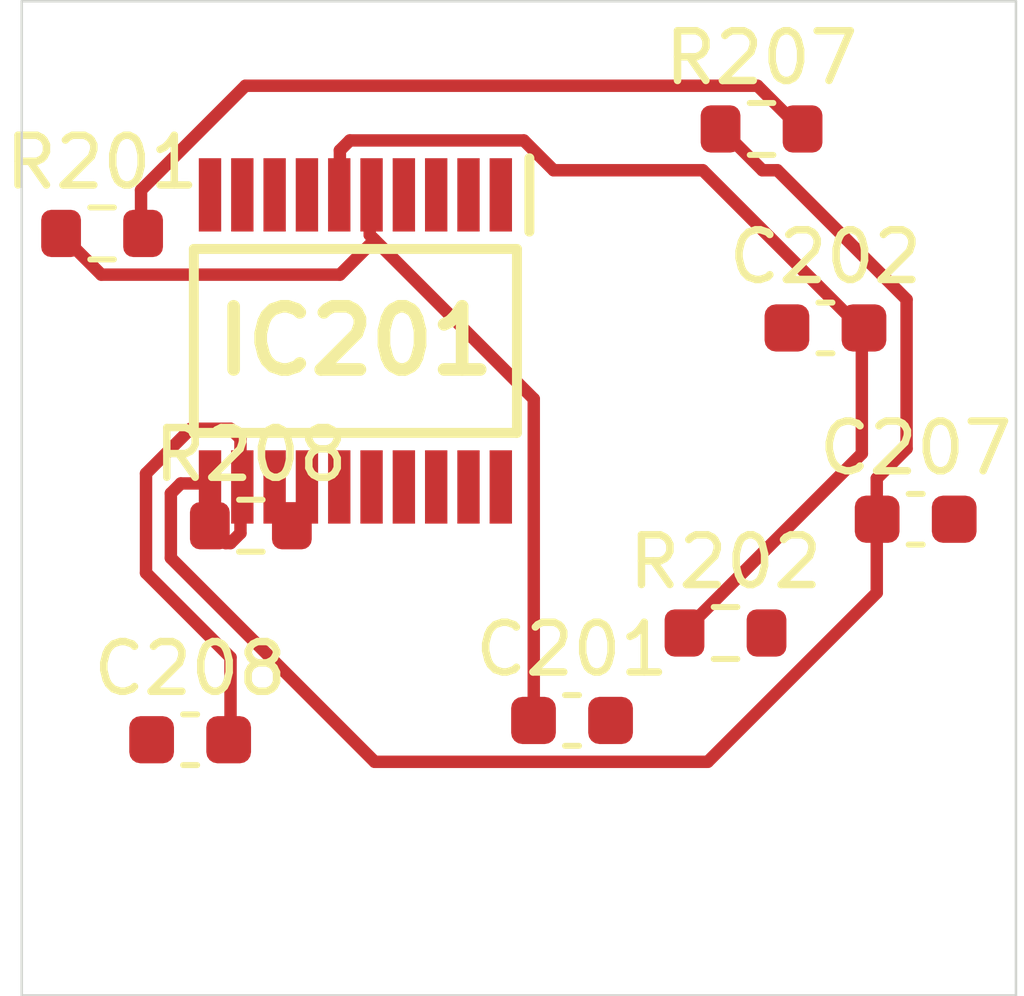
<source format=kicad_pcb>
 ( kicad_pcb  ( version 20171130 )
 ( host pcbnew 5.1.12-84ad8e8a86~92~ubuntu18.04.1 )
 ( general  ( thickness 1.6 )
 ( drawings 4 )
 ( tracks 0 )
 ( zones 0 )
 ( modules 9 )
 ( nets 19 )
)
 ( page A4 )
 ( layers  ( 0 F.Cu signal )
 ( 31 B.Cu signal )
 ( 32 B.Adhes user )
 ( 33 F.Adhes user )
 ( 34 B.Paste user )
 ( 35 F.Paste user )
 ( 36 B.SilkS user )
 ( 37 F.SilkS user )
 ( 38 B.Mask user )
 ( 39 F.Mask user )
 ( 40 Dwgs.User user )
 ( 41 Cmts.User user )
 ( 42 Eco1.User user )
 ( 43 Eco2.User user )
 ( 44 Edge.Cuts user )
 ( 45 Margin user )
 ( 46 B.CrtYd user )
 ( 47 F.CrtYd user )
 ( 48 B.Fab user )
 ( 49 F.Fab user )
)
 ( setup  ( last_trace_width 0.25 )
 ( trace_clearance 0.2 )
 ( zone_clearance 0.508 )
 ( zone_45_only no )
 ( trace_min 0.2 )
 ( via_size 0.8 )
 ( via_drill 0.4 )
 ( via_min_size 0.4 )
 ( via_min_drill 0.3 )
 ( uvia_size 0.3 )
 ( uvia_drill 0.1 )
 ( uvias_allowed no )
 ( uvia_min_size 0.2 )
 ( uvia_min_drill 0.1 )
 ( edge_width 0.05 )
 ( segment_width 0.2 )
 ( pcb_text_width 0.3 )
 ( pcb_text_size 1.5 1.5 )
 ( mod_edge_width 0.12 )
 ( mod_text_size 1 1 )
 ( mod_text_width 0.15 )
 ( pad_size 1.524 1.524 )
 ( pad_drill 0.762 )
 ( pad_to_mask_clearance 0 )
 ( aux_axis_origin 0 0 )
 ( visible_elements FFFFFF7F )
 ( pcbplotparams  ( layerselection 0x010fc_ffffffff )
 ( usegerberextensions false )
 ( usegerberattributes true )
 ( usegerberadvancedattributes true )
 ( creategerberjobfile true )
 ( excludeedgelayer true )
 ( linewidth 0.100000 )
 ( plotframeref false )
 ( viasonmask false )
 ( mode 1 )
 ( useauxorigin false )
 ( hpglpennumber 1 )
 ( hpglpenspeed 20 )
 ( hpglpendiameter 15.000000 )
 ( psnegative false )
 ( psa4output false )
 ( plotreference true )
 ( plotvalue true )
 ( plotinvisibletext false )
 ( padsonsilk false )
 ( subtractmaskfromsilk false )
 ( outputformat 1 )
 ( mirror false )
 ( drillshape 1 )
 ( scaleselection 1 )
 ( outputdirectory "" )
)
)
 ( net 0 "" )
 ( net 1 GND )
 ( net 2 /Sheet6235D886/ch0 )
 ( net 3 /Sheet6235D886/ch1 )
 ( net 4 /Sheet6235D886/ch2 )
 ( net 5 /Sheet6235D886/ch3 )
 ( net 6 /Sheet6235D886/ch4 )
 ( net 7 /Sheet6235D886/ch5 )
 ( net 8 /Sheet6235D886/ch6 )
 ( net 9 /Sheet6235D886/ch7 )
 ( net 10 VDD )
 ( net 11 VDDA )
 ( net 12 /Sheet6235D886/adc_csn )
 ( net 13 /Sheet6235D886/adc_sck )
 ( net 14 /Sheet6235D886/adc_sdi )
 ( net 15 /Sheet6235D886/adc_sdo )
 ( net 16 /Sheet6235D886/vp )
 ( net 17 /Sheet6248AD22/chn0 )
 ( net 18 /Sheet6248AD22/chn3 )
 ( net_class Default "This is the default net class."  ( clearance 0.2 )
 ( trace_width 0.25 )
 ( via_dia 0.8 )
 ( via_drill 0.4 )
 ( uvia_dia 0.3 )
 ( uvia_drill 0.1 )
 ( add_net /Sheet6235D886/adc_csn )
 ( add_net /Sheet6235D886/adc_sck )
 ( add_net /Sheet6235D886/adc_sdi )
 ( add_net /Sheet6235D886/adc_sdo )
 ( add_net /Sheet6235D886/ch0 )
 ( add_net /Sheet6235D886/ch1 )
 ( add_net /Sheet6235D886/ch2 )
 ( add_net /Sheet6235D886/ch3 )
 ( add_net /Sheet6235D886/ch4 )
 ( add_net /Sheet6235D886/ch5 )
 ( add_net /Sheet6235D886/ch6 )
 ( add_net /Sheet6235D886/ch7 )
 ( add_net /Sheet6235D886/vp )
 ( add_net /Sheet6248AD22/chn0 )
 ( add_net /Sheet6248AD22/chn3 )
 ( add_net GND )
 ( add_net VDD )
 ( add_net VDDA )
)
 ( module Capacitor_SMD:C_0603_1608Metric  ( layer F.Cu )
 ( tedit 5F68FEEE )
 ( tstamp 6234222D )
 ( at 91.070000 114.468000 )
 ( descr "Capacitor SMD 0603 (1608 Metric), square (rectangular) end terminal, IPC_7351 nominal, (Body size source: IPC-SM-782 page 76, https://www.pcb-3d.com/wordpress/wp-content/uploads/ipc-sm-782a_amendment_1_and_2.pdf), generated with kicad-footprint-generator" )
 ( tags capacitor )
 ( path /6235D887/623691C5 )
 ( attr smd )
 ( fp_text reference C201  ( at 0 -1.43 )
 ( layer F.SilkS )
 ( effects  ( font  ( size 1 1 )
 ( thickness 0.15 )
)
)
)
 ( fp_text value 0.1uF  ( at 0 1.43 )
 ( layer F.Fab )
 ( effects  ( font  ( size 1 1 )
 ( thickness 0.15 )
)
)
)
 ( fp_line  ( start -0.8 0.4 )
 ( end -0.8 -0.4 )
 ( layer F.Fab )
 ( width 0.1 )
)
 ( fp_line  ( start -0.8 -0.4 )
 ( end 0.8 -0.4 )
 ( layer F.Fab )
 ( width 0.1 )
)
 ( fp_line  ( start 0.8 -0.4 )
 ( end 0.8 0.4 )
 ( layer F.Fab )
 ( width 0.1 )
)
 ( fp_line  ( start 0.8 0.4 )
 ( end -0.8 0.4 )
 ( layer F.Fab )
 ( width 0.1 )
)
 ( fp_line  ( start -0.14058 -0.51 )
 ( end 0.14058 -0.51 )
 ( layer F.SilkS )
 ( width 0.12 )
)
 ( fp_line  ( start -0.14058 0.51 )
 ( end 0.14058 0.51 )
 ( layer F.SilkS )
 ( width 0.12 )
)
 ( fp_line  ( start -1.48 0.73 )
 ( end -1.48 -0.73 )
 ( layer F.CrtYd )
 ( width 0.05 )
)
 ( fp_line  ( start -1.48 -0.73 )
 ( end 1.48 -0.73 )
 ( layer F.CrtYd )
 ( width 0.05 )
)
 ( fp_line  ( start 1.48 -0.73 )
 ( end 1.48 0.73 )
 ( layer F.CrtYd )
 ( width 0.05 )
)
 ( fp_line  ( start 1.48 0.73 )
 ( end -1.48 0.73 )
 ( layer F.CrtYd )
 ( width 0.05 )
)
 ( fp_text user %R  ( at 0 0 )
 ( layer F.Fab )
 ( effects  ( font  ( size 0.4 0.4 )
 ( thickness 0.06 )
)
)
)
 ( pad 2 smd roundrect  ( at 0.775 0 )
 ( size 0.9 0.95 )
 ( layers F.Cu F.Mask F.Paste )
 ( roundrect_rratio 0.25 )
 ( net 1 GND )
)
 ( pad 1 smd roundrect  ( at -0.775 0 )
 ( size 0.9 0.95 )
 ( layers F.Cu F.Mask F.Paste )
 ( roundrect_rratio 0.25 )
 ( net 2 /Sheet6235D886/ch0 )
)
 ( model ${KISYS3DMOD}/Capacitor_SMD.3dshapes/C_0603_1608Metric.wrl  ( at  ( xyz 0 0 0 )
)
 ( scale  ( xyz 1 1 1 )
)
 ( rotate  ( xyz 0 0 0 )
)
)
)
 ( module Capacitor_SMD:C_0603_1608Metric  ( layer F.Cu )
 ( tedit 5F68FEEE )
 ( tstamp 6234223E )
 ( at 96.168000 106.572000 )
 ( descr "Capacitor SMD 0603 (1608 Metric), square (rectangular) end terminal, IPC_7351 nominal, (Body size source: IPC-SM-782 page 76, https://www.pcb-3d.com/wordpress/wp-content/uploads/ipc-sm-782a_amendment_1_and_2.pdf), generated with kicad-footprint-generator" )
 ( tags capacitor )
 ( path /6235D887/62369EE0 )
 ( attr smd )
 ( fp_text reference C202  ( at 0 -1.43 )
 ( layer F.SilkS )
 ( effects  ( font  ( size 1 1 )
 ( thickness 0.15 )
)
)
)
 ( fp_text value 0.1uF  ( at 0 1.43 )
 ( layer F.Fab )
 ( effects  ( font  ( size 1 1 )
 ( thickness 0.15 )
)
)
)
 ( fp_line  ( start 1.48 0.73 )
 ( end -1.48 0.73 )
 ( layer F.CrtYd )
 ( width 0.05 )
)
 ( fp_line  ( start 1.48 -0.73 )
 ( end 1.48 0.73 )
 ( layer F.CrtYd )
 ( width 0.05 )
)
 ( fp_line  ( start -1.48 -0.73 )
 ( end 1.48 -0.73 )
 ( layer F.CrtYd )
 ( width 0.05 )
)
 ( fp_line  ( start -1.48 0.73 )
 ( end -1.48 -0.73 )
 ( layer F.CrtYd )
 ( width 0.05 )
)
 ( fp_line  ( start -0.14058 0.51 )
 ( end 0.14058 0.51 )
 ( layer F.SilkS )
 ( width 0.12 )
)
 ( fp_line  ( start -0.14058 -0.51 )
 ( end 0.14058 -0.51 )
 ( layer F.SilkS )
 ( width 0.12 )
)
 ( fp_line  ( start 0.8 0.4 )
 ( end -0.8 0.4 )
 ( layer F.Fab )
 ( width 0.1 )
)
 ( fp_line  ( start 0.8 -0.4 )
 ( end 0.8 0.4 )
 ( layer F.Fab )
 ( width 0.1 )
)
 ( fp_line  ( start -0.8 -0.4 )
 ( end 0.8 -0.4 )
 ( layer F.Fab )
 ( width 0.1 )
)
 ( fp_line  ( start -0.8 0.4 )
 ( end -0.8 -0.4 )
 ( layer F.Fab )
 ( width 0.1 )
)
 ( fp_text user %R  ( at 0 0 )
 ( layer F.Fab )
 ( effects  ( font  ( size 0.4 0.4 )
 ( thickness 0.06 )
)
)
)
 ( pad 1 smd roundrect  ( at -0.775 0 )
 ( size 0.9 0.95 )
 ( layers F.Cu F.Mask F.Paste )
 ( roundrect_rratio 0.25 )
 ( net 1 GND )
)
 ( pad 2 smd roundrect  ( at 0.775 0 )
 ( size 0.9 0.95 )
 ( layers F.Cu F.Mask F.Paste )
 ( roundrect_rratio 0.25 )
 ( net 3 /Sheet6235D886/ch1 )
)
 ( model ${KISYS3DMOD}/Capacitor_SMD.3dshapes/C_0603_1608Metric.wrl  ( at  ( xyz 0 0 0 )
)
 ( scale  ( xyz 1 1 1 )
)
 ( rotate  ( xyz 0 0 0 )
)
)
)
 ( module Capacitor_SMD:C_0603_1608Metric  ( layer F.Cu )
 ( tedit 5F68FEEE )
 ( tstamp 62342293 )
 ( at 97.982900 110.420000 )
 ( descr "Capacitor SMD 0603 (1608 Metric), square (rectangular) end terminal, IPC_7351 nominal, (Body size source: IPC-SM-782 page 76, https://www.pcb-3d.com/wordpress/wp-content/uploads/ipc-sm-782a_amendment_1_and_2.pdf), generated with kicad-footprint-generator" )
 ( tags capacitor )
 ( path /6235D887/6238B3FE )
 ( attr smd )
 ( fp_text reference C207  ( at 0 -1.43 )
 ( layer F.SilkS )
 ( effects  ( font  ( size 1 1 )
 ( thickness 0.15 )
)
)
)
 ( fp_text value 0.1uF  ( at 0 1.43 )
 ( layer F.Fab )
 ( effects  ( font  ( size 1 1 )
 ( thickness 0.15 )
)
)
)
 ( fp_line  ( start -0.8 0.4 )
 ( end -0.8 -0.4 )
 ( layer F.Fab )
 ( width 0.1 )
)
 ( fp_line  ( start -0.8 -0.4 )
 ( end 0.8 -0.4 )
 ( layer F.Fab )
 ( width 0.1 )
)
 ( fp_line  ( start 0.8 -0.4 )
 ( end 0.8 0.4 )
 ( layer F.Fab )
 ( width 0.1 )
)
 ( fp_line  ( start 0.8 0.4 )
 ( end -0.8 0.4 )
 ( layer F.Fab )
 ( width 0.1 )
)
 ( fp_line  ( start -0.14058 -0.51 )
 ( end 0.14058 -0.51 )
 ( layer F.SilkS )
 ( width 0.12 )
)
 ( fp_line  ( start -0.14058 0.51 )
 ( end 0.14058 0.51 )
 ( layer F.SilkS )
 ( width 0.12 )
)
 ( fp_line  ( start -1.48 0.73 )
 ( end -1.48 -0.73 )
 ( layer F.CrtYd )
 ( width 0.05 )
)
 ( fp_line  ( start -1.48 -0.73 )
 ( end 1.48 -0.73 )
 ( layer F.CrtYd )
 ( width 0.05 )
)
 ( fp_line  ( start 1.48 -0.73 )
 ( end 1.48 0.73 )
 ( layer F.CrtYd )
 ( width 0.05 )
)
 ( fp_line  ( start 1.48 0.73 )
 ( end -1.48 0.73 )
 ( layer F.CrtYd )
 ( width 0.05 )
)
 ( fp_text user %R  ( at 0 0 )
 ( layer F.Fab )
 ( effects  ( font  ( size 0.4 0.4 )
 ( thickness 0.06 )
)
)
)
 ( pad 2 smd roundrect  ( at 0.775 0 )
 ( size 0.9 0.95 )
 ( layers F.Cu F.Mask F.Paste )
 ( roundrect_rratio 0.25 )
 ( net 1 GND )
)
 ( pad 1 smd roundrect  ( at -0.775 0 )
 ( size 0.9 0.95 )
 ( layers F.Cu F.Mask F.Paste )
 ( roundrect_rratio 0.25 )
 ( net 8 /Sheet6235D886/ch6 )
)
 ( model ${KISYS3DMOD}/Capacitor_SMD.3dshapes/C_0603_1608Metric.wrl  ( at  ( xyz 0 0 0 )
)
 ( scale  ( xyz 1 1 1 )
)
 ( rotate  ( xyz 0 0 0 )
)
)
)
 ( module Capacitor_SMD:C_0603_1608Metric  ( layer F.Cu )
 ( tedit 5F68FEEE )
 ( tstamp 623422A4 )
 ( at 83.387800 114.856000 )
 ( descr "Capacitor SMD 0603 (1608 Metric), square (rectangular) end terminal, IPC_7351 nominal, (Body size source: IPC-SM-782 page 76, https://www.pcb-3d.com/wordpress/wp-content/uploads/ipc-sm-782a_amendment_1_and_2.pdf), generated with kicad-footprint-generator" )
 ( tags capacitor )
 ( path /6235D887/6238B404 )
 ( attr smd )
 ( fp_text reference C208  ( at 0 -1.43 )
 ( layer F.SilkS )
 ( effects  ( font  ( size 1 1 )
 ( thickness 0.15 )
)
)
)
 ( fp_text value 0.1uF  ( at 0 1.43 )
 ( layer F.Fab )
 ( effects  ( font  ( size 1 1 )
 ( thickness 0.15 )
)
)
)
 ( fp_line  ( start 1.48 0.73 )
 ( end -1.48 0.73 )
 ( layer F.CrtYd )
 ( width 0.05 )
)
 ( fp_line  ( start 1.48 -0.73 )
 ( end 1.48 0.73 )
 ( layer F.CrtYd )
 ( width 0.05 )
)
 ( fp_line  ( start -1.48 -0.73 )
 ( end 1.48 -0.73 )
 ( layer F.CrtYd )
 ( width 0.05 )
)
 ( fp_line  ( start -1.48 0.73 )
 ( end -1.48 -0.73 )
 ( layer F.CrtYd )
 ( width 0.05 )
)
 ( fp_line  ( start -0.14058 0.51 )
 ( end 0.14058 0.51 )
 ( layer F.SilkS )
 ( width 0.12 )
)
 ( fp_line  ( start -0.14058 -0.51 )
 ( end 0.14058 -0.51 )
 ( layer F.SilkS )
 ( width 0.12 )
)
 ( fp_line  ( start 0.8 0.4 )
 ( end -0.8 0.4 )
 ( layer F.Fab )
 ( width 0.1 )
)
 ( fp_line  ( start 0.8 -0.4 )
 ( end 0.8 0.4 )
 ( layer F.Fab )
 ( width 0.1 )
)
 ( fp_line  ( start -0.8 -0.4 )
 ( end 0.8 -0.4 )
 ( layer F.Fab )
 ( width 0.1 )
)
 ( fp_line  ( start -0.8 0.4 )
 ( end -0.8 -0.4 )
 ( layer F.Fab )
 ( width 0.1 )
)
 ( fp_text user %R  ( at 0 0 )
 ( layer F.Fab )
 ( effects  ( font  ( size 0.4 0.4 )
 ( thickness 0.06 )
)
)
)
 ( pad 1 smd roundrect  ( at -0.775 0 )
 ( size 0.9 0.95 )
 ( layers F.Cu F.Mask F.Paste )
 ( roundrect_rratio 0.25 )
 ( net 1 GND )
)
 ( pad 2 smd roundrect  ( at 0.775 0 )
 ( size 0.9 0.95 )
 ( layers F.Cu F.Mask F.Paste )
 ( roundrect_rratio 0.25 )
 ( net 9 /Sheet6235D886/ch7 )
)
 ( model ${KISYS3DMOD}/Capacitor_SMD.3dshapes/C_0603_1608Metric.wrl  ( at  ( xyz 0 0 0 )
)
 ( scale  ( xyz 1 1 1 )
)
 ( rotate  ( xyz 0 0 0 )
)
)
)
 ( module MCP3564R-E_ST:SOP65P640X120-20N locked  ( layer F.Cu )
 ( tedit 623351C2 )
 ( tstamp 623423D6 )
 ( at 86.712100 106.833000 270.000000 )
 ( descr "20-Lead Plastic Thin Shrink Small Outline (ST) - 4.4mm body [TSSOP]" )
 ( tags "Integrated Circuit" )
 ( path /6235D887/6235E071 )
 ( attr smd )
 ( fp_text reference IC201  ( at 0 0 )
 ( layer F.SilkS )
 ( effects  ( font  ( size 1.27 1.27 )
 ( thickness 0.254 )
)
)
)
 ( fp_text value MCP3564R-E_ST  ( at 0 0 )
 ( layer F.SilkS )
hide  ( effects  ( font  ( size 1.27 1.27 )
 ( thickness 0.254 )
)
)
)
 ( fp_line  ( start -3.925 -3.55 )
 ( end 3.925 -3.55 )
 ( layer Dwgs.User )
 ( width 0.05 )
)
 ( fp_line  ( start 3.925 -3.55 )
 ( end 3.925 3.55 )
 ( layer Dwgs.User )
 ( width 0.05 )
)
 ( fp_line  ( start 3.925 3.55 )
 ( end -3.925 3.55 )
 ( layer Dwgs.User )
 ( width 0.05 )
)
 ( fp_line  ( start -3.925 3.55 )
 ( end -3.925 -3.55 )
 ( layer Dwgs.User )
 ( width 0.05 )
)
 ( fp_line  ( start -2.2 -3.25 )
 ( end 2.2 -3.25 )
 ( layer Dwgs.User )
 ( width 0.1 )
)
 ( fp_line  ( start 2.2 -3.25 )
 ( end 2.2 3.25 )
 ( layer Dwgs.User )
 ( width 0.1 )
)
 ( fp_line  ( start 2.2 3.25 )
 ( end -2.2 3.25 )
 ( layer Dwgs.User )
 ( width 0.1 )
)
 ( fp_line  ( start -2.2 3.25 )
 ( end -2.2 -3.25 )
 ( layer Dwgs.User )
 ( width 0.1 )
)
 ( fp_line  ( start -2.2 -2.6 )
 ( end -1.55 -3.25 )
 ( layer Dwgs.User )
 ( width 0.1 )
)
 ( fp_line  ( start -1.85 -3.25 )
 ( end 1.85 -3.25 )
 ( layer F.SilkS )
 ( width 0.2 )
)
 ( fp_line  ( start 1.85 -3.25 )
 ( end 1.85 3.25 )
 ( layer F.SilkS )
 ( width 0.2 )
)
 ( fp_line  ( start 1.85 3.25 )
 ( end -1.85 3.25 )
 ( layer F.SilkS )
 ( width 0.2 )
)
 ( fp_line  ( start -1.85 3.25 )
 ( end -1.85 -3.25 )
 ( layer F.SilkS )
 ( width 0.2 )
)
 ( fp_line  ( start -3.675 -3.5 )
 ( end -2.2 -3.5 )
 ( layer F.SilkS )
 ( width 0.2 )
)
 ( pad 1 smd rect  ( at -2.938 -2.925 )
 ( size 0.45 1.475 )
 ( layers F.Cu F.Mask F.Paste )
 ( net 11 VDDA )
)
 ( pad 2 smd rect  ( at -2.938 -2.275 )
 ( size 0.45 1.475 )
 ( layers F.Cu F.Mask F.Paste )
 ( net 1 GND )
)
 ( pad 3 smd rect  ( at -2.938 -1.625 )
 ( size 0.45 1.475 )
 ( layers F.Cu F.Mask F.Paste )
 ( net 1 GND )
)
 ( pad 4 smd rect  ( at -2.938 -0.975 )
 ( size 0.45 1.475 )
 ( layers F.Cu F.Mask F.Paste )
)
 ( pad 5 smd rect  ( at -2.938 -0.325 )
 ( size 0.45 1.475 )
 ( layers F.Cu F.Mask F.Paste )
 ( net 2 /Sheet6235D886/ch0 )
)
 ( pad 6 smd rect  ( at -2.938 0.325 )
 ( size 0.45 1.475 )
 ( layers F.Cu F.Mask F.Paste )
 ( net 3 /Sheet6235D886/ch1 )
)
 ( pad 7 smd rect  ( at -2.938 0.975 )
 ( size 0.45 1.475 )
 ( layers F.Cu F.Mask F.Paste )
 ( net 4 /Sheet6235D886/ch2 )
)
 ( pad 8 smd rect  ( at -2.938 1.625 )
 ( size 0.45 1.475 )
 ( layers F.Cu F.Mask F.Paste )
 ( net 5 /Sheet6235D886/ch3 )
)
 ( pad 9 smd rect  ( at -2.938 2.275 )
 ( size 0.45 1.475 )
 ( layers F.Cu F.Mask F.Paste )
 ( net 6 /Sheet6235D886/ch4 )
)
 ( pad 10 smd rect  ( at -2.938 2.925 )
 ( size 0.45 1.475 )
 ( layers F.Cu F.Mask F.Paste )
 ( net 7 /Sheet6235D886/ch5 )
)
 ( pad 11 smd rect  ( at 2.938 2.925 )
 ( size 0.45 1.475 )
 ( layers F.Cu F.Mask F.Paste )
 ( net 8 /Sheet6235D886/ch6 )
)
 ( pad 12 smd rect  ( at 2.938 2.275 )
 ( size 0.45 1.475 )
 ( layers F.Cu F.Mask F.Paste )
 ( net 9 /Sheet6235D886/ch7 )
)
 ( pad 13 smd rect  ( at 2.938 1.625 )
 ( size 0.45 1.475 )
 ( layers F.Cu F.Mask F.Paste )
 ( net 12 /Sheet6235D886/adc_csn )
)
 ( pad 14 smd rect  ( at 2.938 0.975 )
 ( size 0.45 1.475 )
 ( layers F.Cu F.Mask F.Paste )
 ( net 13 /Sheet6235D886/adc_sck )
)
 ( pad 15 smd rect  ( at 2.938 0.325 )
 ( size 0.45 1.475 )
 ( layers F.Cu F.Mask F.Paste )
 ( net 14 /Sheet6235D886/adc_sdi )
)
 ( pad 16 smd rect  ( at 2.938 -0.325 )
 ( size 0.45 1.475 )
 ( layers F.Cu F.Mask F.Paste )
 ( net 15 /Sheet6235D886/adc_sdo )
)
 ( pad 17 smd rect  ( at 2.938 -0.975 )
 ( size 0.45 1.475 )
 ( layers F.Cu F.Mask F.Paste )
)
 ( pad 18 smd rect  ( at 2.938 -1.625 )
 ( size 0.45 1.475 )
 ( layers F.Cu F.Mask F.Paste )
)
 ( pad 19 smd rect  ( at 2.938 -2.275 )
 ( size 0.45 1.475 )
 ( layers F.Cu F.Mask F.Paste )
 ( net 1 GND )
)
 ( pad 20 smd rect  ( at 2.938 -2.925 )
 ( size 0.45 1.475 )
 ( layers F.Cu F.Mask F.Paste )
 ( net 10 VDD )
)
)
 ( module Resistor_SMD:R_0603_1608Metric  ( layer F.Cu )
 ( tedit 5F68FEEE )
 ( tstamp 6234250D )
 ( at 81.616200 104.671000 )
 ( descr "Resistor SMD 0603 (1608 Metric), square (rectangular) end terminal, IPC_7351 nominal, (Body size source: IPC-SM-782 page 72, https://www.pcb-3d.com/wordpress/wp-content/uploads/ipc-sm-782a_amendment_1_and_2.pdf), generated with kicad-footprint-generator" )
 ( tags resistor )
 ( path /6235D887/623641B7 )
 ( attr smd )
 ( fp_text reference R201  ( at 0 -1.43 )
 ( layer F.SilkS )
 ( effects  ( font  ( size 1 1 )
 ( thickness 0.15 )
)
)
)
 ( fp_text value 1k  ( at 0 1.43 )
 ( layer F.Fab )
 ( effects  ( font  ( size 1 1 )
 ( thickness 0.15 )
)
)
)
 ( fp_line  ( start -0.8 0.4125 )
 ( end -0.8 -0.4125 )
 ( layer F.Fab )
 ( width 0.1 )
)
 ( fp_line  ( start -0.8 -0.4125 )
 ( end 0.8 -0.4125 )
 ( layer F.Fab )
 ( width 0.1 )
)
 ( fp_line  ( start 0.8 -0.4125 )
 ( end 0.8 0.4125 )
 ( layer F.Fab )
 ( width 0.1 )
)
 ( fp_line  ( start 0.8 0.4125 )
 ( end -0.8 0.4125 )
 ( layer F.Fab )
 ( width 0.1 )
)
 ( fp_line  ( start -0.237258 -0.5225 )
 ( end 0.237258 -0.5225 )
 ( layer F.SilkS )
 ( width 0.12 )
)
 ( fp_line  ( start -0.237258 0.5225 )
 ( end 0.237258 0.5225 )
 ( layer F.SilkS )
 ( width 0.12 )
)
 ( fp_line  ( start -1.48 0.73 )
 ( end -1.48 -0.73 )
 ( layer F.CrtYd )
 ( width 0.05 )
)
 ( fp_line  ( start -1.48 -0.73 )
 ( end 1.48 -0.73 )
 ( layer F.CrtYd )
 ( width 0.05 )
)
 ( fp_line  ( start 1.48 -0.73 )
 ( end 1.48 0.73 )
 ( layer F.CrtYd )
 ( width 0.05 )
)
 ( fp_line  ( start 1.48 0.73 )
 ( end -1.48 0.73 )
 ( layer F.CrtYd )
 ( width 0.05 )
)
 ( fp_text user %R  ( at 0 0 )
 ( layer F.Fab )
 ( effects  ( font  ( size 0.4 0.4 )
 ( thickness 0.06 )
)
)
)
 ( pad 2 smd roundrect  ( at 0.825 0 )
 ( size 0.8 0.95 )
 ( layers F.Cu F.Mask F.Paste )
 ( roundrect_rratio 0.25 )
 ( net 16 /Sheet6235D886/vp )
)
 ( pad 1 smd roundrect  ( at -0.825 0 )
 ( size 0.8 0.95 )
 ( layers F.Cu F.Mask F.Paste )
 ( roundrect_rratio 0.25 )
 ( net 2 /Sheet6235D886/ch0 )
)
 ( model ${KISYS3DMOD}/Resistor_SMD.3dshapes/R_0603_1608Metric.wrl  ( at  ( xyz 0 0 0 )
)
 ( scale  ( xyz 1 1 1 )
)
 ( rotate  ( xyz 0 0 0 )
)
)
)
 ( module Resistor_SMD:R_0603_1608Metric  ( layer F.Cu )
 ( tedit 5F68FEEE )
 ( tstamp 6234251E )
 ( at 94.157600 112.709000 )
 ( descr "Resistor SMD 0603 (1608 Metric), square (rectangular) end terminal, IPC_7351 nominal, (Body size source: IPC-SM-782 page 72, https://www.pcb-3d.com/wordpress/wp-content/uploads/ipc-sm-782a_amendment_1_and_2.pdf), generated with kicad-footprint-generator" )
 ( tags resistor )
 ( path /6235D887/6236A646 )
 ( attr smd )
 ( fp_text reference R202  ( at 0 -1.43 )
 ( layer F.SilkS )
 ( effects  ( font  ( size 1 1 )
 ( thickness 0.15 )
)
)
)
 ( fp_text value 1k  ( at 0 1.43 )
 ( layer F.Fab )
 ( effects  ( font  ( size 1 1 )
 ( thickness 0.15 )
)
)
)
 ( fp_line  ( start 1.48 0.73 )
 ( end -1.48 0.73 )
 ( layer F.CrtYd )
 ( width 0.05 )
)
 ( fp_line  ( start 1.48 -0.73 )
 ( end 1.48 0.73 )
 ( layer F.CrtYd )
 ( width 0.05 )
)
 ( fp_line  ( start -1.48 -0.73 )
 ( end 1.48 -0.73 )
 ( layer F.CrtYd )
 ( width 0.05 )
)
 ( fp_line  ( start -1.48 0.73 )
 ( end -1.48 -0.73 )
 ( layer F.CrtYd )
 ( width 0.05 )
)
 ( fp_line  ( start -0.237258 0.5225 )
 ( end 0.237258 0.5225 )
 ( layer F.SilkS )
 ( width 0.12 )
)
 ( fp_line  ( start -0.237258 -0.5225 )
 ( end 0.237258 -0.5225 )
 ( layer F.SilkS )
 ( width 0.12 )
)
 ( fp_line  ( start 0.8 0.4125 )
 ( end -0.8 0.4125 )
 ( layer F.Fab )
 ( width 0.1 )
)
 ( fp_line  ( start 0.8 -0.4125 )
 ( end 0.8 0.4125 )
 ( layer F.Fab )
 ( width 0.1 )
)
 ( fp_line  ( start -0.8 -0.4125 )
 ( end 0.8 -0.4125 )
 ( layer F.Fab )
 ( width 0.1 )
)
 ( fp_line  ( start -0.8 0.4125 )
 ( end -0.8 -0.4125 )
 ( layer F.Fab )
 ( width 0.1 )
)
 ( fp_text user %R  ( at 0 0 )
 ( layer F.Fab )
 ( effects  ( font  ( size 0.4 0.4 )
 ( thickness 0.06 )
)
)
)
 ( pad 1 smd roundrect  ( at -0.825 0 )
 ( size 0.8 0.95 )
 ( layers F.Cu F.Mask F.Paste )
 ( roundrect_rratio 0.25 )
 ( net 3 /Sheet6235D886/ch1 )
)
 ( pad 2 smd roundrect  ( at 0.825 0 )
 ( size 0.8 0.95 )
 ( layers F.Cu F.Mask F.Paste )
 ( roundrect_rratio 0.25 )
 ( net 17 /Sheet6248AD22/chn0 )
)
 ( model ${KISYS3DMOD}/Resistor_SMD.3dshapes/R_0603_1608Metric.wrl  ( at  ( xyz 0 0 0 )
)
 ( scale  ( xyz 1 1 1 )
)
 ( rotate  ( xyz 0 0 0 )
)
)
)
 ( module Resistor_SMD:R_0603_1608Metric  ( layer F.Cu )
 ( tedit 5F68FEEE )
 ( tstamp 62342573 )
 ( at 94.882500 102.569000 )
 ( descr "Resistor SMD 0603 (1608 Metric), square (rectangular) end terminal, IPC_7351 nominal, (Body size source: IPC-SM-782 page 72, https://www.pcb-3d.com/wordpress/wp-content/uploads/ipc-sm-782a_amendment_1_and_2.pdf), generated with kicad-footprint-generator" )
 ( tags resistor )
 ( path /6235D887/6238B3F8 )
 ( attr smd )
 ( fp_text reference R207  ( at 0 -1.43 )
 ( layer F.SilkS )
 ( effects  ( font  ( size 1 1 )
 ( thickness 0.15 )
)
)
)
 ( fp_text value 1k  ( at 0 1.43 )
 ( layer F.Fab )
 ( effects  ( font  ( size 1 1 )
 ( thickness 0.15 )
)
)
)
 ( fp_line  ( start -0.8 0.4125 )
 ( end -0.8 -0.4125 )
 ( layer F.Fab )
 ( width 0.1 )
)
 ( fp_line  ( start -0.8 -0.4125 )
 ( end 0.8 -0.4125 )
 ( layer F.Fab )
 ( width 0.1 )
)
 ( fp_line  ( start 0.8 -0.4125 )
 ( end 0.8 0.4125 )
 ( layer F.Fab )
 ( width 0.1 )
)
 ( fp_line  ( start 0.8 0.4125 )
 ( end -0.8 0.4125 )
 ( layer F.Fab )
 ( width 0.1 )
)
 ( fp_line  ( start -0.237258 -0.5225 )
 ( end 0.237258 -0.5225 )
 ( layer F.SilkS )
 ( width 0.12 )
)
 ( fp_line  ( start -0.237258 0.5225 )
 ( end 0.237258 0.5225 )
 ( layer F.SilkS )
 ( width 0.12 )
)
 ( fp_line  ( start -1.48 0.73 )
 ( end -1.48 -0.73 )
 ( layer F.CrtYd )
 ( width 0.05 )
)
 ( fp_line  ( start -1.48 -0.73 )
 ( end 1.48 -0.73 )
 ( layer F.CrtYd )
 ( width 0.05 )
)
 ( fp_line  ( start 1.48 -0.73 )
 ( end 1.48 0.73 )
 ( layer F.CrtYd )
 ( width 0.05 )
)
 ( fp_line  ( start 1.48 0.73 )
 ( end -1.48 0.73 )
 ( layer F.CrtYd )
 ( width 0.05 )
)
 ( fp_text user %R  ( at 0 0 )
 ( layer F.Fab )
 ( effects  ( font  ( size 0.4 0.4 )
 ( thickness 0.06 )
)
)
)
 ( pad 2 smd roundrect  ( at 0.825 0 )
 ( size 0.8 0.95 )
 ( layers F.Cu F.Mask F.Paste )
 ( roundrect_rratio 0.25 )
 ( net 16 /Sheet6235D886/vp )
)
 ( pad 1 smd roundrect  ( at -0.825 0 )
 ( size 0.8 0.95 )
 ( layers F.Cu F.Mask F.Paste )
 ( roundrect_rratio 0.25 )
 ( net 8 /Sheet6235D886/ch6 )
)
 ( model ${KISYS3DMOD}/Resistor_SMD.3dshapes/R_0603_1608Metric.wrl  ( at  ( xyz 0 0 0 )
)
 ( scale  ( xyz 1 1 1 )
)
 ( rotate  ( xyz 0 0 0 )
)
)
)
 ( module Resistor_SMD:R_0603_1608Metric  ( layer F.Cu )
 ( tedit 5F68FEEE )
 ( tstamp 62342584 )
 ( at 84.608700 110.551000 )
 ( descr "Resistor SMD 0603 (1608 Metric), square (rectangular) end terminal, IPC_7351 nominal, (Body size source: IPC-SM-782 page 72, https://www.pcb-3d.com/wordpress/wp-content/uploads/ipc-sm-782a_amendment_1_and_2.pdf), generated with kicad-footprint-generator" )
 ( tags resistor )
 ( path /6235D887/6238B40A )
 ( attr smd )
 ( fp_text reference R208  ( at 0 -1.43 )
 ( layer F.SilkS )
 ( effects  ( font  ( size 1 1 )
 ( thickness 0.15 )
)
)
)
 ( fp_text value 1k  ( at 0 1.43 )
 ( layer F.Fab )
 ( effects  ( font  ( size 1 1 )
 ( thickness 0.15 )
)
)
)
 ( fp_line  ( start 1.48 0.73 )
 ( end -1.48 0.73 )
 ( layer F.CrtYd )
 ( width 0.05 )
)
 ( fp_line  ( start 1.48 -0.73 )
 ( end 1.48 0.73 )
 ( layer F.CrtYd )
 ( width 0.05 )
)
 ( fp_line  ( start -1.48 -0.73 )
 ( end 1.48 -0.73 )
 ( layer F.CrtYd )
 ( width 0.05 )
)
 ( fp_line  ( start -1.48 0.73 )
 ( end -1.48 -0.73 )
 ( layer F.CrtYd )
 ( width 0.05 )
)
 ( fp_line  ( start -0.237258 0.5225 )
 ( end 0.237258 0.5225 )
 ( layer F.SilkS )
 ( width 0.12 )
)
 ( fp_line  ( start -0.237258 -0.5225 )
 ( end 0.237258 -0.5225 )
 ( layer F.SilkS )
 ( width 0.12 )
)
 ( fp_line  ( start 0.8 0.4125 )
 ( end -0.8 0.4125 )
 ( layer F.Fab )
 ( width 0.1 )
)
 ( fp_line  ( start 0.8 -0.4125 )
 ( end 0.8 0.4125 )
 ( layer F.Fab )
 ( width 0.1 )
)
 ( fp_line  ( start -0.8 -0.4125 )
 ( end 0.8 -0.4125 )
 ( layer F.Fab )
 ( width 0.1 )
)
 ( fp_line  ( start -0.8 0.4125 )
 ( end -0.8 -0.4125 )
 ( layer F.Fab )
 ( width 0.1 )
)
 ( fp_text user %R  ( at 0 0 )
 ( layer F.Fab )
 ( effects  ( font  ( size 0.4 0.4 )
 ( thickness 0.06 )
)
)
)
 ( pad 1 smd roundrect  ( at -0.825 0 )
 ( size 0.8 0.95 )
 ( layers F.Cu F.Mask F.Paste )
 ( roundrect_rratio 0.25 )
 ( net 9 /Sheet6235D886/ch7 )
)
 ( pad 2 smd roundrect  ( at 0.825 0 )
 ( size 0.8 0.95 )
 ( layers F.Cu F.Mask F.Paste )
 ( roundrect_rratio 0.25 )
 ( net 18 /Sheet6248AD22/chn3 )
)
 ( model ${KISYS3DMOD}/Resistor_SMD.3dshapes/R_0603_1608Metric.wrl  ( at  ( xyz 0 0 0 )
)
 ( scale  ( xyz 1 1 1 )
)
 ( rotate  ( xyz 0 0 0 )
)
)
)
 ( gr_line  ( start 100 100 )
 ( end 100 120 )
 ( layer Edge.Cuts )
 ( width 0.05 )
 ( tstamp 62E770C4 )
)
 ( gr_line  ( start 80 120 )
 ( end 100 120 )
 ( layer Edge.Cuts )
 ( width 0.05 )
 ( tstamp 62E770C0 )
)
 ( gr_line  ( start 80 100 )
 ( end 100 100 )
 ( layer Edge.Cuts )
 ( width 0.05 )
 ( tstamp 6234110C )
)
 ( gr_line  ( start 80 100 )
 ( end 80 120 )
 ( layer Edge.Cuts )
 ( width 0.05 )
)
 ( segment  ( start 87.000001 103.900002 )
 ( end 87.000001 104.700002 )
 ( width 0.250000 )
 ( layer F.Cu )
 ( net 2 )
)
 ( segment  ( start 87.000001 104.700002 )
 ( end 90.300001 108.000002 )
 ( width 0.250000 )
 ( layer F.Cu )
 ( net 2 )
)
 ( segment  ( start 90.300001 108.000002 )
 ( end 90.300001 114.500002 )
 ( width 0.250000 )
 ( layer F.Cu )
 ( net 2 )
)
 ( segment  ( start 80.800001 104.700002 )
 ( end 81.600001 105.500002 )
 ( width 0.250000 )
 ( layer F.Cu )
 ( net 2 )
)
 ( segment  ( start 81.600001 105.500002 )
 ( end 86.400001 105.500002 )
 ( width 0.250000 )
 ( layer F.Cu )
 ( net 2 )
)
 ( segment  ( start 86.400001 105.500002 )
 ( end 87.100001 104.800002 )
 ( width 0.250000 )
 ( layer F.Cu )
 ( net 2 )
)
 ( segment  ( start 86.400001 103.900002 )
 ( end 86.400001 103.000002 )
 ( width 0.250000 )
 ( layer F.Cu )
 ( net 3 )
)
 ( segment  ( start 86.400001 103.000002 )
 ( end 86.600001 102.800002 )
 ( width 0.250000 )
 ( layer F.Cu )
 ( net 3 )
)
 ( segment  ( start 86.600001 102.800002 )
 ( end 90.100001 102.800002 )
 ( width 0.250000 )
 ( layer F.Cu )
 ( net 3 )
)
 ( segment  ( start 90.100001 102.800002 )
 ( end 90.700001 103.400002 )
 ( width 0.250000 )
 ( layer F.Cu )
 ( net 3 )
)
 ( segment  ( start 90.700001 103.400002 )
 ( end 93.700001 103.400002 )
 ( width 0.250000 )
 ( layer F.Cu )
 ( net 3 )
)
 ( segment  ( start 93.700001 103.400002 )
 ( end 96.900001 106.600002 )
 ( width 0.250000 )
 ( layer F.Cu )
 ( net 3 )
)
 ( segment  ( start 93.300001 112.700002 )
 ( end 96.900001 109.100002 )
 ( width 0.250000 )
 ( layer F.Cu )
 ( net 3 )
)
 ( segment  ( start 96.900001 109.100002 )
 ( end 96.900001 106.600002 )
 ( width 0.250000 )
 ( layer F.Cu )
 ( net 3 )
)
 ( segment  ( start 83.800001 109.800002 )
 ( end 83.700001 109.700002 )
 ( width 0.250000 )
 ( layer F.Cu )
 ( net 8 )
)
 ( segment  ( start 83.700001 109.700002 )
 ( end 83.200001 109.700002 )
 ( width 0.250000 )
 ( layer F.Cu )
 ( net 8 )
)
 ( segment  ( start 83.200001 109.700002 )
 ( end 83.000001 109.900002 )
 ( width 0.250000 )
 ( layer F.Cu )
 ( net 8 )
)
 ( segment  ( start 83.000001 109.900002 )
 ( end 83.000001 111.200002 )
 ( width 0.250000 )
 ( layer F.Cu )
 ( net 8 )
)
 ( segment  ( start 83.000001 111.200002 )
 ( end 87.100001 115.300002 )
 ( width 0.250000 )
 ( layer F.Cu )
 ( net 8 )
)
 ( segment  ( start 87.100001 115.300002 )
 ( end 93.800001 115.300002 )
 ( width 0.250000 )
 ( layer F.Cu )
 ( net 8 )
)
 ( segment  ( start 93.800001 115.300002 )
 ( end 97.200001 111.900002 )
 ( width 0.250000 )
 ( layer F.Cu )
 ( net 8 )
)
 ( segment  ( start 97.200001 111.900002 )
 ( end 97.200001 110.400002 )
 ( width 0.250000 )
 ( layer F.Cu )
 ( net 8 )
)
 ( segment  ( start 94.100001 102.600002 )
 ( end 94.900001 103.400002 )
 ( width 0.250000 )
 ( layer F.Cu )
 ( net 8 )
)
 ( segment  ( start 94.900001 103.400002 )
 ( end 95.200001 103.400002 )
 ( width 0.250000 )
 ( layer F.Cu )
 ( net 8 )
)
 ( segment  ( start 95.200001 103.400002 )
 ( end 97.800001 106.000002 )
 ( width 0.250000 )
 ( layer F.Cu )
 ( net 8 )
)
 ( segment  ( start 97.800001 106.000002 )
 ( end 97.800001 109.000002 )
 ( width 0.250000 )
 ( layer F.Cu )
 ( net 8 )
)
 ( segment  ( start 97.800001 109.000002 )
 ( end 97.200001 109.600002 )
 ( width 0.250000 )
 ( layer F.Cu )
 ( net 8 )
)
 ( segment  ( start 97.200001 109.600002 )
 ( end 97.200001 110.400002 )
 ( width 0.250000 )
 ( layer F.Cu )
 ( net 8 )
)
 ( segment  ( start 84.400001 109.800002 )
 ( end 84.400001 108.800002 )
 ( width 0.250000 )
 ( layer F.Cu )
 ( net 9 )
)
 ( segment  ( start 84.400001 108.800002 )
 ( end 84.200001 108.600002 )
 ( width 0.250000 )
 ( layer F.Cu )
 ( net 9 )
)
 ( segment  ( start 84.200001 108.600002 )
 ( end 83.400001 108.600002 )
 ( width 0.250000 )
 ( layer F.Cu )
 ( net 9 )
)
 ( segment  ( start 83.400001 108.600002 )
 ( end 82.500001 109.500002 )
 ( width 0.250000 )
 ( layer F.Cu )
 ( net 9 )
)
 ( segment  ( start 82.500001 109.500002 )
 ( end 82.500001 111.500002 )
 ( width 0.250000 )
 ( layer F.Cu )
 ( net 9 )
)
 ( segment  ( start 82.500001 111.500002 )
 ( end 84.200001 113.200002 )
 ( width 0.250000 )
 ( layer F.Cu )
 ( net 9 )
)
 ( segment  ( start 84.200001 113.200002 )
 ( end 84.200001 114.900002 )
 ( width 0.250000 )
 ( layer F.Cu )
 ( net 9 )
)
 ( segment  ( start 83.800001 110.600002 )
 ( end 84.100001 110.900002 )
 ( width 0.250000 )
 ( layer F.Cu )
 ( net 9 )
)
 ( segment  ( start 84.100001 110.900002 )
 ( end 84.200001 110.900002 )
 ( width 0.250000 )
 ( layer F.Cu )
 ( net 9 )
)
 ( segment  ( start 84.200001 110.900002 )
 ( end 84.400001 110.700002 )
 ( width 0.250000 )
 ( layer F.Cu )
 ( net 9 )
)
 ( segment  ( start 84.400001 110.700002 )
 ( end 84.400001 109.800002 )
 ( width 0.250000 )
 ( layer F.Cu )
 ( net 9 )
)
 ( segment  ( start 95.700001 102.600002 )
 ( end 94.800001 101.700002 )
 ( width 0.250000 )
 ( layer F.Cu )
 ( net 16 )
)
 ( segment  ( start 94.800001 101.700002 )
 ( end 84.500001 101.700002 )
 ( width 0.250000 )
 ( layer F.Cu )
 ( net 16 )
)
 ( segment  ( start 84.500001 101.700002 )
 ( end 82.400001 103.800002 )
 ( width 0.250000 )
 ( layer F.Cu )
 ( net 16 )
)
 ( segment  ( start 82.400001 103.800002 )
 ( end 82.400001 104.700002 )
 ( width 0.250000 )
 ( layer F.Cu )
 ( net 16 )
)
)

</source>
